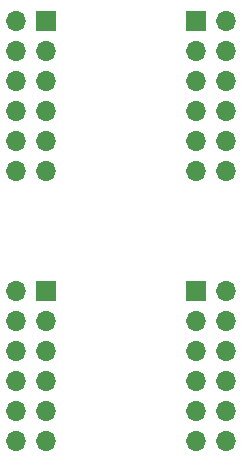
<source format=gbs>
G04 #@! TF.GenerationSoftware,KiCad,Pcbnew,(6.0.9)*
G04 #@! TF.CreationDate,2022-11-21T19:08:44+01:00*
G04 #@! TF.ProjectId,PMOD series resistor board,504d4f44-2073-4657-9269-657320726573,V1.0*
G04 #@! TF.SameCoordinates,Original*
G04 #@! TF.FileFunction,Soldermask,Bot*
G04 #@! TF.FilePolarity,Negative*
%FSLAX46Y46*%
G04 Gerber Fmt 4.6, Leading zero omitted, Abs format (unit mm)*
G04 Created by KiCad (PCBNEW (6.0.9)) date 2022-11-21 19:08:44*
%MOMM*%
%LPD*%
G01*
G04 APERTURE LIST*
%ADD10O,1.700000X1.700000*%
%ADD11R,1.700000X1.700000*%
G04 APERTURE END LIST*
D10*
X190500000Y-144780000D03*
X190500000Y-142240000D03*
X190500000Y-139700000D03*
X190500000Y-137160000D03*
X190500000Y-134620000D03*
X190500000Y-132080000D03*
X187960000Y-144780000D03*
X187960000Y-142240000D03*
X187960000Y-139700000D03*
X187960000Y-137160000D03*
X187960000Y-134620000D03*
D11*
X187960000Y-132080000D03*
X175260000Y-132080000D03*
D10*
X175260000Y-134620000D03*
X175260000Y-137160000D03*
X175260000Y-139700000D03*
X175260000Y-142240000D03*
X175260000Y-144780000D03*
X172720000Y-132080000D03*
X172720000Y-134620000D03*
X172720000Y-137160000D03*
X172720000Y-139700000D03*
X172720000Y-142240000D03*
X172720000Y-144780000D03*
D11*
X175260000Y-109220000D03*
D10*
X175260000Y-111760000D03*
X175260000Y-114300000D03*
X175260000Y-116840000D03*
X175260000Y-119380000D03*
X175260000Y-121920000D03*
X172720000Y-109220000D03*
X172720000Y-111760000D03*
X172720000Y-114300000D03*
X172720000Y-116840000D03*
X172720000Y-119380000D03*
X172720000Y-121920000D03*
D11*
X187960000Y-109220000D03*
D10*
X187960000Y-111760000D03*
X187960000Y-114300000D03*
X187960000Y-116840000D03*
X187960000Y-119380000D03*
X187960000Y-121920000D03*
X190500000Y-109220000D03*
X190500000Y-111760000D03*
X190500000Y-114300000D03*
X190500000Y-116840000D03*
X190500000Y-119380000D03*
X190500000Y-121920000D03*
M02*

</source>
